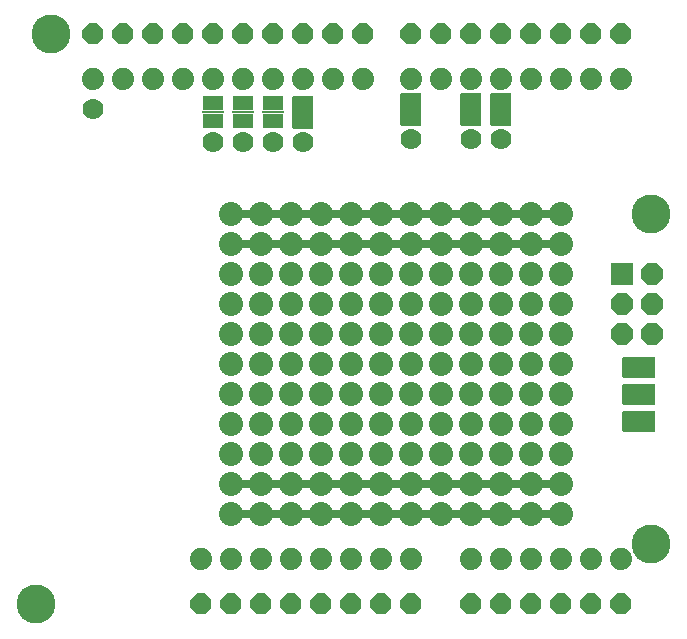
<source format=gbr>
G04 EAGLE Gerber RS-274X export*
G75*
%MOMM*%
%FSLAX34Y34*%
%LPD*%
%INSoldermask Bottom*%
%IPPOS*%
%AMOC8*
5,1,8,0,0,1.08239X$1,22.5*%
G01*
%ADD10C,3.301600*%
%ADD11R,28.067000X0.762000*%
%ADD12R,28.194000X0.762000*%
%ADD13R,27.940000X0.762000*%
%ADD14R,28.448000X0.762000*%
%ADD15P,1.924489X8X22.500000*%
%ADD16P,2.034460X8X22.500000*%
%ADD17R,1.879600X1.879600*%
%ADD18C,1.879600*%
%ADD19R,1.701800X1.270000*%
%ADD20R,1.828800X0.152400*%
%ADD21C,1.778000*%
%ADD22C,2.032000*%

G36*
X541138Y430546D02*
X541138Y430546D01*
X541257Y430553D01*
X541295Y430566D01*
X541336Y430571D01*
X541446Y430614D01*
X541559Y430651D01*
X541594Y430673D01*
X541631Y430688D01*
X541727Y430758D01*
X541828Y430821D01*
X541856Y430851D01*
X541889Y430874D01*
X541965Y430966D01*
X542046Y431053D01*
X542066Y431088D01*
X542091Y431119D01*
X542142Y431227D01*
X542200Y431331D01*
X542210Y431371D01*
X542227Y431407D01*
X542249Y431524D01*
X542279Y431639D01*
X542283Y431700D01*
X542287Y431720D01*
X542285Y431740D01*
X542289Y431800D01*
X542289Y457200D01*
X542274Y457318D01*
X542267Y457437D01*
X542254Y457475D01*
X542249Y457516D01*
X542206Y457626D01*
X542169Y457739D01*
X542147Y457774D01*
X542132Y457811D01*
X542063Y457907D01*
X541999Y458008D01*
X541969Y458036D01*
X541946Y458069D01*
X541854Y458145D01*
X541767Y458226D01*
X541732Y458246D01*
X541701Y458271D01*
X541593Y458322D01*
X541489Y458380D01*
X541449Y458390D01*
X541413Y458407D01*
X541296Y458429D01*
X541181Y458459D01*
X541121Y458463D01*
X541101Y458467D01*
X541080Y458465D01*
X541020Y458469D01*
X525780Y458469D01*
X525662Y458454D01*
X525543Y458447D01*
X525505Y458434D01*
X525464Y458429D01*
X525354Y458386D01*
X525241Y458349D01*
X525206Y458327D01*
X525169Y458312D01*
X525073Y458243D01*
X524972Y458179D01*
X524944Y458149D01*
X524911Y458126D01*
X524836Y458034D01*
X524754Y457947D01*
X524734Y457912D01*
X524709Y457881D01*
X524658Y457773D01*
X524600Y457669D01*
X524590Y457629D01*
X524573Y457593D01*
X524551Y457476D01*
X524521Y457361D01*
X524517Y457301D01*
X524513Y457281D01*
X524514Y457269D01*
X524513Y457266D01*
X524514Y457253D01*
X524511Y457200D01*
X524511Y431800D01*
X524526Y431682D01*
X524533Y431563D01*
X524546Y431525D01*
X524551Y431484D01*
X524594Y431374D01*
X524631Y431261D01*
X524653Y431226D01*
X524668Y431189D01*
X524738Y431093D01*
X524801Y430992D01*
X524831Y430964D01*
X524854Y430931D01*
X524946Y430856D01*
X525033Y430774D01*
X525068Y430754D01*
X525099Y430729D01*
X525207Y430678D01*
X525311Y430620D01*
X525351Y430610D01*
X525387Y430593D01*
X525504Y430571D01*
X525619Y430541D01*
X525680Y430537D01*
X525700Y430533D01*
X525720Y430535D01*
X525780Y430531D01*
X541020Y430531D01*
X541138Y430546D01*
G37*
G36*
X464938Y430546D02*
X464938Y430546D01*
X465057Y430553D01*
X465095Y430566D01*
X465136Y430571D01*
X465246Y430614D01*
X465359Y430651D01*
X465394Y430673D01*
X465431Y430688D01*
X465527Y430758D01*
X465628Y430821D01*
X465656Y430851D01*
X465689Y430874D01*
X465765Y430966D01*
X465846Y431053D01*
X465866Y431088D01*
X465891Y431119D01*
X465942Y431227D01*
X466000Y431331D01*
X466010Y431371D01*
X466027Y431407D01*
X466049Y431524D01*
X466079Y431639D01*
X466083Y431700D01*
X466087Y431720D01*
X466085Y431740D01*
X466089Y431800D01*
X466089Y457200D01*
X466074Y457318D01*
X466067Y457437D01*
X466054Y457475D01*
X466049Y457516D01*
X466006Y457626D01*
X465969Y457739D01*
X465947Y457774D01*
X465932Y457811D01*
X465863Y457907D01*
X465799Y458008D01*
X465769Y458036D01*
X465746Y458069D01*
X465654Y458145D01*
X465567Y458226D01*
X465532Y458246D01*
X465501Y458271D01*
X465393Y458322D01*
X465289Y458380D01*
X465249Y458390D01*
X465213Y458407D01*
X465096Y458429D01*
X464981Y458459D01*
X464921Y458463D01*
X464901Y458467D01*
X464880Y458465D01*
X464820Y458469D01*
X449580Y458469D01*
X449462Y458454D01*
X449343Y458447D01*
X449305Y458434D01*
X449264Y458429D01*
X449154Y458386D01*
X449041Y458349D01*
X449006Y458327D01*
X448969Y458312D01*
X448873Y458243D01*
X448772Y458179D01*
X448744Y458149D01*
X448711Y458126D01*
X448636Y458034D01*
X448554Y457947D01*
X448534Y457912D01*
X448509Y457881D01*
X448458Y457773D01*
X448400Y457669D01*
X448390Y457629D01*
X448373Y457593D01*
X448351Y457476D01*
X448321Y457361D01*
X448317Y457301D01*
X448313Y457281D01*
X448314Y457269D01*
X448313Y457266D01*
X448314Y457253D01*
X448311Y457200D01*
X448311Y431800D01*
X448326Y431682D01*
X448333Y431563D01*
X448346Y431525D01*
X448351Y431484D01*
X448394Y431374D01*
X448431Y431261D01*
X448453Y431226D01*
X448468Y431189D01*
X448538Y431093D01*
X448601Y430992D01*
X448631Y430964D01*
X448654Y430931D01*
X448746Y430856D01*
X448833Y430774D01*
X448868Y430754D01*
X448899Y430729D01*
X449007Y430678D01*
X449111Y430620D01*
X449151Y430610D01*
X449187Y430593D01*
X449304Y430571D01*
X449419Y430541D01*
X449480Y430537D01*
X449500Y430533D01*
X449520Y430535D01*
X449580Y430531D01*
X464820Y430531D01*
X464938Y430546D01*
G37*
G36*
X515738Y430546D02*
X515738Y430546D01*
X515857Y430553D01*
X515895Y430566D01*
X515936Y430571D01*
X516046Y430614D01*
X516159Y430651D01*
X516194Y430673D01*
X516231Y430688D01*
X516327Y430758D01*
X516428Y430821D01*
X516456Y430851D01*
X516489Y430874D01*
X516565Y430966D01*
X516646Y431053D01*
X516666Y431088D01*
X516691Y431119D01*
X516742Y431227D01*
X516800Y431331D01*
X516810Y431371D01*
X516827Y431407D01*
X516849Y431524D01*
X516879Y431639D01*
X516883Y431700D01*
X516887Y431720D01*
X516885Y431740D01*
X516889Y431800D01*
X516889Y457200D01*
X516874Y457318D01*
X516867Y457437D01*
X516854Y457475D01*
X516849Y457516D01*
X516806Y457626D01*
X516769Y457739D01*
X516747Y457774D01*
X516732Y457811D01*
X516663Y457907D01*
X516599Y458008D01*
X516569Y458036D01*
X516546Y458069D01*
X516454Y458145D01*
X516367Y458226D01*
X516332Y458246D01*
X516301Y458271D01*
X516193Y458322D01*
X516089Y458380D01*
X516049Y458390D01*
X516013Y458407D01*
X515896Y458429D01*
X515781Y458459D01*
X515721Y458463D01*
X515701Y458467D01*
X515680Y458465D01*
X515620Y458469D01*
X500380Y458469D01*
X500262Y458454D01*
X500143Y458447D01*
X500105Y458434D01*
X500064Y458429D01*
X499954Y458386D01*
X499841Y458349D01*
X499806Y458327D01*
X499769Y458312D01*
X499673Y458243D01*
X499572Y458179D01*
X499544Y458149D01*
X499511Y458126D01*
X499436Y458034D01*
X499354Y457947D01*
X499334Y457912D01*
X499309Y457881D01*
X499258Y457773D01*
X499200Y457669D01*
X499190Y457629D01*
X499173Y457593D01*
X499151Y457476D01*
X499121Y457361D01*
X499117Y457301D01*
X499113Y457281D01*
X499114Y457269D01*
X499113Y457266D01*
X499114Y457253D01*
X499111Y457200D01*
X499111Y431800D01*
X499126Y431682D01*
X499133Y431563D01*
X499146Y431525D01*
X499151Y431484D01*
X499194Y431374D01*
X499231Y431261D01*
X499253Y431226D01*
X499268Y431189D01*
X499338Y431093D01*
X499401Y430992D01*
X499431Y430964D01*
X499454Y430931D01*
X499546Y430856D01*
X499633Y430774D01*
X499668Y430754D01*
X499699Y430729D01*
X499807Y430678D01*
X499911Y430620D01*
X499951Y430610D01*
X499987Y430593D01*
X500104Y430571D01*
X500219Y430541D01*
X500280Y430537D01*
X500300Y430533D01*
X500320Y430535D01*
X500380Y430531D01*
X515620Y430531D01*
X515738Y430546D01*
G37*
G36*
X373498Y428006D02*
X373498Y428006D01*
X373617Y428013D01*
X373655Y428026D01*
X373696Y428031D01*
X373806Y428074D01*
X373919Y428111D01*
X373954Y428133D01*
X373991Y428148D01*
X374087Y428218D01*
X374188Y428281D01*
X374216Y428311D01*
X374249Y428334D01*
X374325Y428426D01*
X374406Y428513D01*
X374426Y428548D01*
X374451Y428579D01*
X374502Y428687D01*
X374560Y428791D01*
X374570Y428831D01*
X374587Y428867D01*
X374609Y428984D01*
X374639Y429099D01*
X374643Y429160D01*
X374647Y429180D01*
X374645Y429200D01*
X374649Y429260D01*
X374649Y454660D01*
X374634Y454778D01*
X374627Y454897D01*
X374614Y454935D01*
X374609Y454976D01*
X374566Y455086D01*
X374529Y455199D01*
X374507Y455234D01*
X374492Y455271D01*
X374423Y455367D01*
X374359Y455468D01*
X374329Y455496D01*
X374306Y455529D01*
X374214Y455605D01*
X374127Y455686D01*
X374092Y455706D01*
X374061Y455731D01*
X373953Y455782D01*
X373849Y455840D01*
X373809Y455850D01*
X373773Y455867D01*
X373656Y455889D01*
X373541Y455919D01*
X373481Y455923D01*
X373461Y455927D01*
X373440Y455925D01*
X373380Y455929D01*
X358140Y455929D01*
X358022Y455914D01*
X357903Y455907D01*
X357865Y455894D01*
X357824Y455889D01*
X357714Y455846D01*
X357601Y455809D01*
X357566Y455787D01*
X357529Y455772D01*
X357433Y455703D01*
X357332Y455639D01*
X357304Y455609D01*
X357271Y455586D01*
X357196Y455494D01*
X357114Y455407D01*
X357094Y455372D01*
X357069Y455341D01*
X357018Y455233D01*
X356960Y455129D01*
X356950Y455089D01*
X356933Y455053D01*
X356911Y454936D01*
X356881Y454821D01*
X356877Y454761D01*
X356873Y454741D01*
X356874Y454729D01*
X356873Y454726D01*
X356874Y454713D01*
X356871Y454660D01*
X356871Y429260D01*
X356886Y429142D01*
X356893Y429023D01*
X356906Y428985D01*
X356911Y428944D01*
X356954Y428834D01*
X356991Y428721D01*
X357013Y428686D01*
X357028Y428649D01*
X357098Y428553D01*
X357161Y428452D01*
X357191Y428424D01*
X357214Y428391D01*
X357306Y428316D01*
X357393Y428234D01*
X357428Y428214D01*
X357459Y428189D01*
X357567Y428138D01*
X357671Y428080D01*
X357711Y428070D01*
X357747Y428053D01*
X357864Y428031D01*
X357979Y428001D01*
X358040Y427997D01*
X358060Y427993D01*
X358080Y427995D01*
X358140Y427991D01*
X373380Y427991D01*
X373498Y428006D01*
G37*
G36*
X663058Y217186D02*
X663058Y217186D01*
X663177Y217193D01*
X663215Y217206D01*
X663256Y217211D01*
X663366Y217254D01*
X663479Y217291D01*
X663514Y217313D01*
X663551Y217328D01*
X663647Y217398D01*
X663748Y217461D01*
X663776Y217491D01*
X663809Y217514D01*
X663885Y217606D01*
X663966Y217693D01*
X663986Y217728D01*
X664011Y217759D01*
X664062Y217867D01*
X664120Y217971D01*
X664130Y218011D01*
X664147Y218047D01*
X664169Y218164D01*
X664199Y218279D01*
X664203Y218340D01*
X664207Y218360D01*
X664205Y218380D01*
X664209Y218440D01*
X664209Y233680D01*
X664194Y233798D01*
X664187Y233917D01*
X664174Y233955D01*
X664169Y233996D01*
X664126Y234106D01*
X664089Y234219D01*
X664067Y234254D01*
X664052Y234291D01*
X663983Y234387D01*
X663919Y234488D01*
X663889Y234516D01*
X663866Y234549D01*
X663774Y234625D01*
X663687Y234706D01*
X663652Y234726D01*
X663621Y234751D01*
X663513Y234802D01*
X663409Y234860D01*
X663369Y234870D01*
X663333Y234887D01*
X663216Y234909D01*
X663101Y234939D01*
X663041Y234943D01*
X663021Y234947D01*
X663000Y234945D01*
X662940Y234949D01*
X637540Y234949D01*
X637422Y234934D01*
X637303Y234927D01*
X637265Y234914D01*
X637224Y234909D01*
X637114Y234866D01*
X637001Y234829D01*
X636966Y234807D01*
X636929Y234792D01*
X636833Y234723D01*
X636732Y234659D01*
X636704Y234629D01*
X636671Y234606D01*
X636596Y234514D01*
X636514Y234427D01*
X636494Y234392D01*
X636469Y234361D01*
X636418Y234253D01*
X636360Y234149D01*
X636350Y234109D01*
X636333Y234073D01*
X636311Y233956D01*
X636281Y233841D01*
X636277Y233781D01*
X636273Y233761D01*
X636274Y233754D01*
X636273Y233752D01*
X636274Y233736D01*
X636271Y233680D01*
X636271Y218440D01*
X636286Y218322D01*
X636293Y218203D01*
X636306Y218165D01*
X636311Y218124D01*
X636354Y218014D01*
X636391Y217901D01*
X636413Y217866D01*
X636428Y217829D01*
X636498Y217733D01*
X636561Y217632D01*
X636591Y217604D01*
X636614Y217571D01*
X636706Y217496D01*
X636793Y217414D01*
X636828Y217394D01*
X636859Y217369D01*
X636967Y217318D01*
X637071Y217260D01*
X637111Y217250D01*
X637147Y217233D01*
X637264Y217211D01*
X637379Y217181D01*
X637440Y217177D01*
X637460Y217173D01*
X637480Y217175D01*
X637540Y217171D01*
X662940Y217171D01*
X663058Y217186D01*
G37*
G36*
X663058Y194326D02*
X663058Y194326D01*
X663177Y194333D01*
X663215Y194346D01*
X663256Y194351D01*
X663366Y194394D01*
X663479Y194431D01*
X663514Y194453D01*
X663551Y194468D01*
X663647Y194538D01*
X663748Y194601D01*
X663776Y194631D01*
X663809Y194654D01*
X663885Y194746D01*
X663966Y194833D01*
X663986Y194868D01*
X664011Y194899D01*
X664062Y195007D01*
X664120Y195111D01*
X664130Y195151D01*
X664147Y195187D01*
X664169Y195304D01*
X664199Y195419D01*
X664203Y195480D01*
X664207Y195500D01*
X664205Y195520D01*
X664209Y195580D01*
X664209Y210820D01*
X664194Y210938D01*
X664187Y211057D01*
X664174Y211095D01*
X664169Y211136D01*
X664126Y211246D01*
X664089Y211359D01*
X664067Y211394D01*
X664052Y211431D01*
X663983Y211527D01*
X663919Y211628D01*
X663889Y211656D01*
X663866Y211689D01*
X663774Y211765D01*
X663687Y211846D01*
X663652Y211866D01*
X663621Y211891D01*
X663513Y211942D01*
X663409Y212000D01*
X663369Y212010D01*
X663333Y212027D01*
X663216Y212049D01*
X663101Y212079D01*
X663041Y212083D01*
X663021Y212087D01*
X663000Y212085D01*
X662940Y212089D01*
X637540Y212089D01*
X637422Y212074D01*
X637303Y212067D01*
X637265Y212054D01*
X637224Y212049D01*
X637114Y212006D01*
X637001Y211969D01*
X636966Y211947D01*
X636929Y211932D01*
X636833Y211863D01*
X636732Y211799D01*
X636704Y211769D01*
X636671Y211746D01*
X636596Y211654D01*
X636514Y211567D01*
X636494Y211532D01*
X636469Y211501D01*
X636418Y211393D01*
X636360Y211289D01*
X636350Y211249D01*
X636333Y211213D01*
X636311Y211096D01*
X636281Y210981D01*
X636277Y210921D01*
X636273Y210901D01*
X636274Y210894D01*
X636273Y210892D01*
X636274Y210876D01*
X636271Y210820D01*
X636271Y195580D01*
X636286Y195462D01*
X636293Y195343D01*
X636306Y195305D01*
X636311Y195264D01*
X636354Y195154D01*
X636391Y195041D01*
X636413Y195006D01*
X636428Y194969D01*
X636498Y194873D01*
X636561Y194772D01*
X636591Y194744D01*
X636614Y194711D01*
X636706Y194636D01*
X636793Y194554D01*
X636828Y194534D01*
X636859Y194509D01*
X636967Y194458D01*
X637071Y194400D01*
X637111Y194390D01*
X637147Y194373D01*
X637264Y194351D01*
X637379Y194321D01*
X637440Y194317D01*
X637460Y194313D01*
X637480Y194315D01*
X637540Y194311D01*
X662940Y194311D01*
X663058Y194326D01*
G37*
G36*
X663058Y171466D02*
X663058Y171466D01*
X663177Y171473D01*
X663215Y171486D01*
X663256Y171491D01*
X663366Y171534D01*
X663479Y171571D01*
X663514Y171593D01*
X663551Y171608D01*
X663647Y171678D01*
X663748Y171741D01*
X663776Y171771D01*
X663809Y171794D01*
X663885Y171886D01*
X663966Y171973D01*
X663986Y172008D01*
X664011Y172039D01*
X664062Y172147D01*
X664120Y172251D01*
X664130Y172291D01*
X664147Y172327D01*
X664169Y172444D01*
X664199Y172559D01*
X664203Y172620D01*
X664207Y172640D01*
X664205Y172660D01*
X664209Y172720D01*
X664209Y187960D01*
X664194Y188078D01*
X664187Y188197D01*
X664174Y188235D01*
X664169Y188276D01*
X664126Y188386D01*
X664089Y188499D01*
X664067Y188534D01*
X664052Y188571D01*
X663983Y188667D01*
X663919Y188768D01*
X663889Y188796D01*
X663866Y188829D01*
X663774Y188905D01*
X663687Y188986D01*
X663652Y189006D01*
X663621Y189031D01*
X663513Y189082D01*
X663409Y189140D01*
X663369Y189150D01*
X663333Y189167D01*
X663216Y189189D01*
X663101Y189219D01*
X663041Y189223D01*
X663021Y189227D01*
X663000Y189225D01*
X662940Y189229D01*
X637540Y189229D01*
X637422Y189214D01*
X637303Y189207D01*
X637265Y189194D01*
X637224Y189189D01*
X637114Y189146D01*
X637001Y189109D01*
X636966Y189087D01*
X636929Y189072D01*
X636833Y189003D01*
X636732Y188939D01*
X636704Y188909D01*
X636671Y188886D01*
X636596Y188794D01*
X636514Y188707D01*
X636494Y188672D01*
X636469Y188641D01*
X636418Y188533D01*
X636360Y188429D01*
X636350Y188389D01*
X636333Y188353D01*
X636311Y188236D01*
X636281Y188121D01*
X636277Y188061D01*
X636273Y188041D01*
X636274Y188034D01*
X636273Y188032D01*
X636274Y188016D01*
X636271Y187960D01*
X636271Y172720D01*
X636286Y172602D01*
X636293Y172483D01*
X636306Y172445D01*
X636311Y172404D01*
X636354Y172294D01*
X636391Y172181D01*
X636413Y172146D01*
X636428Y172109D01*
X636498Y172013D01*
X636561Y171912D01*
X636591Y171884D01*
X636614Y171851D01*
X636706Y171776D01*
X636793Y171694D01*
X636828Y171674D01*
X636859Y171649D01*
X636967Y171598D01*
X637071Y171540D01*
X637111Y171530D01*
X637147Y171513D01*
X637264Y171491D01*
X637379Y171461D01*
X637440Y171457D01*
X637460Y171453D01*
X637480Y171455D01*
X637540Y171451D01*
X662940Y171451D01*
X663058Y171466D01*
G37*
D10*
X139700Y25400D03*
X660400Y355600D03*
X660400Y76200D03*
X152400Y508000D03*
D11*
X445135Y355600D03*
D12*
X443230Y330200D03*
D13*
X447040Y127000D03*
D14*
X444500Y101600D03*
D15*
X533400Y508000D03*
X508000Y25400D03*
X558800Y508000D03*
X584200Y508000D03*
X609600Y508000D03*
X635000Y508000D03*
X508000Y508000D03*
X482600Y508000D03*
X457200Y508000D03*
X416560Y508000D03*
X391160Y508000D03*
X365760Y508000D03*
X340360Y508000D03*
X314960Y508000D03*
X289560Y508000D03*
X264160Y508000D03*
X238760Y508000D03*
X533400Y25400D03*
X558800Y25400D03*
X584200Y25400D03*
X609600Y25400D03*
X635000Y25400D03*
X457200Y25400D03*
X431800Y25400D03*
X406400Y25400D03*
X381000Y25400D03*
X355600Y25400D03*
X330200Y25400D03*
X213360Y508000D03*
X187960Y508000D03*
X304800Y25400D03*
X279400Y25400D03*
D16*
X661670Y279400D03*
X636270Y279400D03*
D17*
X636270Y304800D03*
D16*
X661670Y304800D03*
X661670Y254000D03*
X636270Y254000D03*
D18*
X457200Y469900D03*
X482600Y469900D03*
X508000Y469900D03*
X533400Y469900D03*
X558800Y469900D03*
X584200Y469900D03*
X609600Y469900D03*
X635000Y469900D03*
X457200Y63500D03*
X431800Y63500D03*
X406400Y63500D03*
X381000Y63500D03*
X355600Y63500D03*
X330200Y63500D03*
X304800Y63500D03*
X279400Y63500D03*
X635000Y63500D03*
X609600Y63500D03*
X584200Y63500D03*
X558800Y63500D03*
X533400Y63500D03*
X508000Y63500D03*
X187960Y469900D03*
X213360Y469900D03*
X238760Y469900D03*
X264160Y469900D03*
X289560Y469900D03*
X314960Y469900D03*
X340360Y469900D03*
X365760Y469900D03*
X391160Y469900D03*
X416560Y469900D03*
D19*
X314960Y434340D03*
X314960Y449580D03*
D20*
X314960Y441960D03*
D19*
X289560Y434340D03*
X289560Y449580D03*
D20*
X289560Y441960D03*
D19*
X340360Y434340D03*
X340360Y449580D03*
D20*
X340360Y441960D03*
D21*
X365760Y416560D03*
X457200Y419100D03*
X508000Y419100D03*
X314960Y416560D03*
X289560Y416560D03*
X340360Y416560D03*
X187960Y444500D03*
X533400Y419100D03*
D22*
X330200Y127000D03*
X355600Y127000D03*
X381000Y127000D03*
X406400Y127000D03*
X431800Y127000D03*
X457200Y127000D03*
X482600Y127000D03*
X508000Y127000D03*
X533400Y127000D03*
X558800Y127000D03*
X584200Y127000D03*
X584200Y330200D03*
X558800Y330200D03*
X533400Y330200D03*
X508000Y330200D03*
X482600Y330200D03*
X457200Y330200D03*
X431800Y330200D03*
X406400Y330200D03*
X381000Y330200D03*
X355600Y330200D03*
X304800Y127000D03*
X330200Y330200D03*
X304800Y330200D03*
X330200Y101600D03*
X355600Y101600D03*
X381000Y101600D03*
X406400Y101600D03*
X431800Y101600D03*
X457200Y101600D03*
X482600Y101600D03*
X508000Y101600D03*
X533400Y101600D03*
X558800Y101600D03*
X584200Y101600D03*
X304800Y101600D03*
X584200Y355600D03*
X558800Y355600D03*
X533400Y355600D03*
X508000Y355600D03*
X482600Y355600D03*
X457200Y355600D03*
X431800Y355600D03*
X406400Y355600D03*
X381000Y355600D03*
X355600Y355600D03*
X330200Y355600D03*
X304800Y355600D03*
X584200Y304800D03*
X558800Y304800D03*
X508000Y304800D03*
X482600Y304800D03*
X457200Y304800D03*
X431800Y304800D03*
X431800Y279400D03*
X457200Y279400D03*
X482600Y279400D03*
X508000Y279400D03*
X533400Y279400D03*
X558800Y279400D03*
X431800Y254000D03*
X457200Y254000D03*
X482600Y254000D03*
X508000Y254000D03*
X533400Y254000D03*
X558800Y254000D03*
X558800Y228600D03*
X533400Y228600D03*
X508000Y228600D03*
X482600Y228600D03*
X457200Y228600D03*
X431800Y203200D03*
X457200Y203200D03*
X482600Y203200D03*
X508000Y203200D03*
X533400Y203200D03*
X558800Y203200D03*
X431800Y177800D03*
X457200Y177800D03*
X482600Y177800D03*
X508000Y177800D03*
X533400Y177800D03*
X558800Y177800D03*
X558800Y152400D03*
X533400Y152400D03*
X508000Y152400D03*
X482600Y152400D03*
X457200Y152400D03*
X431800Y152400D03*
X431800Y228600D03*
X584200Y152400D03*
X406400Y304800D03*
X406400Y279400D03*
X533400Y304800D03*
X406400Y228600D03*
X406400Y203200D03*
X406400Y177800D03*
X406400Y152400D03*
X406400Y254000D03*
X381000Y304800D03*
X381000Y279400D03*
X381000Y254000D03*
X381000Y228600D03*
X381000Y203200D03*
X381000Y177800D03*
X381000Y152400D03*
X355600Y152400D03*
X355600Y177800D03*
X355600Y203200D03*
X355600Y228600D03*
X330200Y228600D03*
X330200Y203200D03*
X330200Y177800D03*
X330200Y152400D03*
X355600Y254000D03*
X355600Y304800D03*
X355600Y279400D03*
X584200Y279400D03*
X584200Y254000D03*
X584200Y228600D03*
X584200Y203200D03*
X584200Y177800D03*
X330200Y254000D03*
X330200Y279400D03*
X304800Y279400D03*
X304800Y304800D03*
X330200Y304800D03*
X304800Y254000D03*
X304800Y228600D03*
X304800Y203200D03*
X304800Y177800D03*
X304800Y152400D03*
M02*

</source>
